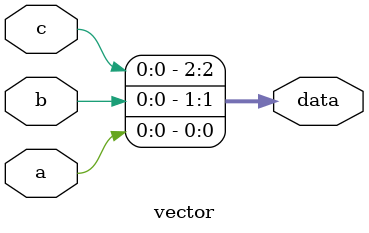
<source format=sv>
module vector(
input a, b, c,
output [2:0] data
);

assign data[0] = a;
assign data[1] = b;
assign data[2] = c;
endmodule
</source>
